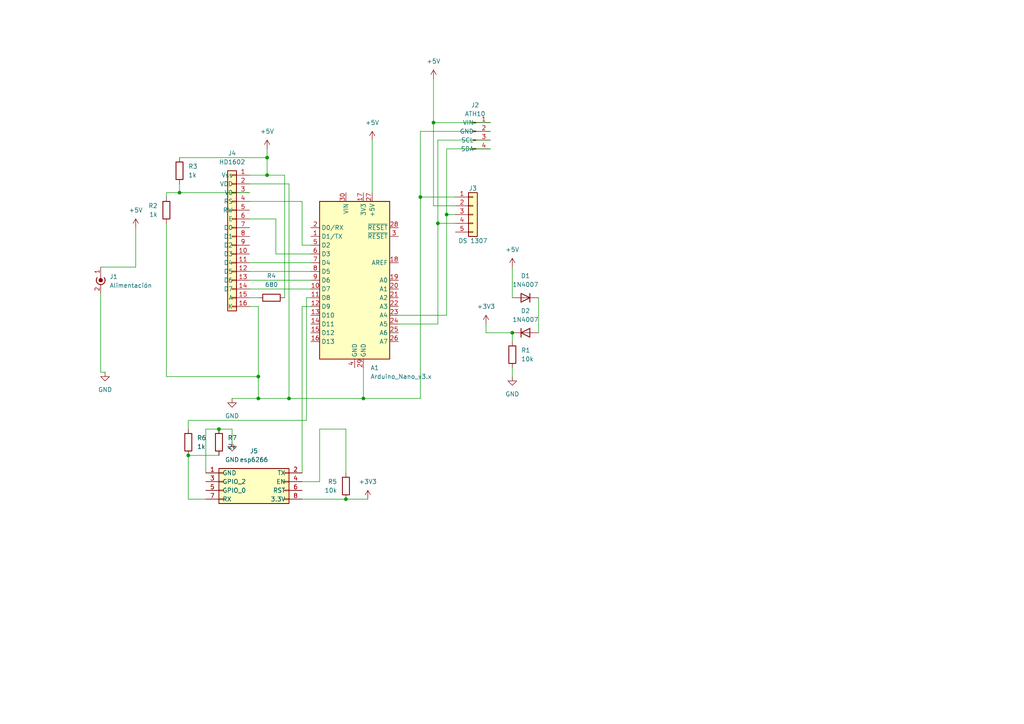
<source format=kicad_sch>
(kicad_sch (version 20211123) (generator eeschema)
  (paper "A4")
  (lib_symbols
    (symbol "Connector:Conn_01x04_Male" (pin_names (offset 1.016))
      (property "Reference" "J2" (at 0.635 7.62 0))
      (property "Value" "ATH10" (at 0.635 5.08 0))
      (symbol "Conn_01x04_Male_1_1"
        (polyline (pts (xy 1.27 -5.08) (xy 0.8636 -5.08)) (stroke (width 0.1524)))
        (polyline (pts (xy 1.27 -2.54) (xy 0.8636 -2.54)) (stroke (width 0.1524)))
        (polyline (pts (xy 1.27 0) (xy 0.8636 0)) (stroke (width 0.1524)))
        (polyline (pts (xy 1.27 2.54) (xy 0.8636 2.54)) (stroke (width 0.1524)))
        (rectangle (start 0.8636 -4.953) (end 0 -5.207) (stroke (width 0.1524)) (fill (type outline)))
        (rectangle (start 0.8636 -2.413) (end 0 -2.667) (stroke (width 0.1524)) (fill (type outline)))
        (rectangle (start 0.8636 0.127) (end 0 -0.127) (stroke (width 0.1524)) (fill (type outline)))
        (rectangle (start 0.8636 2.667) (end 0 2.413) (stroke (width 0.1524)) (fill (type outline)))
        (pin passive line (at 5.08 2.54 180) (length 3.81) (name "VIN") (number "1"))
        (pin passive line (at 5.08 0 180) (length 3.81) (name "GND") (number "2"))
        (pin passive line (at 5.08 -2.54 180) (length 3.81) (name "SCL") (number "3"))
        (pin passive line (at 5.08 -5.08 180) (length 3.81) (name "SDA") (number "4"))
      )
    )
    (symbol "Connector:Conn_Coaxial_Power" (pin_names (offset 1.016) hide)
      (property "Reference" "J" (at -5.08 -1.27 90))
      (property "Value" "Conn_Coaxial_Power" (at -3.175 -1.27 90))
      (symbol "Conn_Coaxial_Power_0_1"
        (arc (start -1.27 -1.27) (mid 0 -2.54) (end 1.27 -1.27) (stroke (width 0.254)))
        (arc (start -1.016 -0.508) (mid -1.2048 -0.8684) (end -1.27 -1.27) (stroke (width 0.254)))
        (circle (center 0 -1.27) (radius 0.508) (stroke (width 0.2032)) (fill (type outline)))
        (polyline (pts (xy 0 -2.54) (xy 0 -3.048)))
        (polyline (pts (xy 0 0) (xy 0 -1.27)))
        (arc (start 1.27 -1.27) (mid 1.2048 -0.8684) (end 1.016 -0.508) (stroke (width 0.254)))
      )
      (symbol "Conn_Coaxial_Power_1_1"
        (pin passive line (at 0 2.54 270) (length 2.54) (name "In") (number "1"))
        (pin passive line (at 0 -5.08 90) (length 2.54) (name "Ext") (number "2"))
      )
    )
    (symbol "Connector_Generic:Conn_01x05" (pin_names (offset 1.016) hide)
      (property "Reference" "J" (at 0 7.62 0))
      (property "Value" "Conn_01x05" (at 0 -7.62 0))
      (symbol "Conn_01x05_1_1"
        (rectangle (start -1.27 -4.953) (end 0 -5.207) (stroke (width 0.1524)))
        (rectangle (start -1.27 -2.413) (end 0 -2.667) (stroke (width 0.1524)))
        (rectangle (start -1.27 0.127) (end 0 -0.127) (stroke (width 0.1524)))
        (rectangle (start -1.27 2.667) (end 0 2.413) (stroke (width 0.1524)))
        (rectangle (start -1.27 5.207) (end 0 4.953) (stroke (width 0.1524)))
        (rectangle (start -1.27 6.35) (end 1.27 -6.35) (stroke (width 0.254)) (fill (type background)))
        (pin passive line (at -5.08 5.08 0) (length 3.81) (name "Pin_1") (number "1"))
        (pin passive line (at -5.08 2.54 0) (length 3.81) (name "Pin_2") (number "2"))
        (pin passive line (at -5.08 0 0) (length 3.81) (name "Pin_3") (number "3"))
        (pin passive line (at -5.08 -2.54 0) (length 3.81) (name "Pin_4") (number "4"))
        (pin passive line (at -5.08 -5.08 0) (length 3.81) (name "Pin_5") (number "5"))
      )
    )
    (symbol "Connector_Generic:Conn_01x16" (pin_names (offset 1.016))
      (property "Reference" "J4" (at 2.54 0.0001 0))
      (property "Value" "HD1602" (at 2.54 -2.5399 0))
      (symbol "Conn_01x16_1_1"
        (rectangle (start -1.27 -20.193) (end 0 -20.447) (stroke (width 0.1524)))
        (rectangle (start -1.27 -17.653) (end 0 -17.907) (stroke (width 0.1524)))
        (rectangle (start -1.27 -15.113) (end 0 -15.367) (stroke (width 0.1524)))
        (rectangle (start -1.27 -12.573) (end 0 -12.827) (stroke (width 0.1524)))
        (rectangle (start -1.27 -10.033) (end 0 -10.287) (stroke (width 0.1524)))
        (rectangle (start -1.27 -7.493) (end 0 -7.747) (stroke (width 0.1524)))
        (rectangle (start -1.27 -4.953) (end 0 -5.207) (stroke (width 0.1524)))
        (rectangle (start -1.27 -2.413) (end 0 -2.667) (stroke (width 0.1524)))
        (rectangle (start -1.27 0.127) (end 0 -0.127) (stroke (width 0.1524)))
        (rectangle (start -1.27 2.667) (end 0 2.413) (stroke (width 0.1524)))
        (rectangle (start -1.27 5.207) (end 0 4.953) (stroke (width 0.1524)))
        (rectangle (start -1.27 7.747) (end 0 7.493) (stroke (width 0.1524)))
        (rectangle (start -1.27 10.287) (end 0 10.033) (stroke (width 0.1524)))
        (rectangle (start -1.27 12.827) (end 0 12.573) (stroke (width 0.1524)))
        (rectangle (start -1.27 15.367) (end 0 15.113) (stroke (width 0.1524)))
        (rectangle (start -1.27 17.907) (end 0 17.653) (stroke (width 0.1524)))
        (rectangle (start -1.27 19.05) (end 1.27 -21.59) (stroke (width 0.254)) (fill (type background)))
        (pin passive line (at -5.08 17.78 0) (length 3.81) (name "Vss") (number "1"))
        (pin passive line (at -5.08 -5.08 0) (length 3.81) (name "D3") (number "10"))
        (pin passive line (at -5.08 -7.62 0) (length 3.81) (name "D4") (number "11"))
        (pin passive line (at -5.08 -10.16 0) (length 3.81) (name "D5") (number "12"))
        (pin passive line (at -5.08 -12.7 0) (length 3.81) (name "D6") (number "13"))
        (pin passive line (at -5.08 -15.24 0) (length 3.81) (name "D7") (number "14"))
        (pin passive line (at -5.08 -17.78 0) (length 3.81) (name "A") (number "15"))
        (pin passive line (at -5.08 -20.32 0) (length 3.81) (name "K") (number "16"))
        (pin passive line (at -5.08 15.24 0) (length 3.81) (name "VDD") (number "2"))
        (pin passive line (at -5.08 12.7 0) (length 3.81) (name "V0") (number "3"))
        (pin passive line (at -5.08 10.16 0) (length 3.81) (name "RS") (number "4"))
        (pin passive line (at -5.08 7.62 0) (length 3.81) (name "RW") (number "5"))
        (pin passive line (at -5.08 5.08 0) (length 3.81) (name "E") (number "6"))
        (pin passive line (at -5.08 2.54 0) (length 3.81) (name "D0") (number "7"))
        (pin passive line (at -5.08 0 0) (length 3.81) (name "D1") (number "8"))
        (pin passive line (at -5.08 -2.54 0) (length 3.81) (name "D2") (number "9"))
      )
    )
    (symbol "Connector_Generic:Conn_02x04_Odd_Even" (pin_names (offset 1.016))
      (property "Reference" "J5" (at -6.35 8.89 0))
      (property "Value" "esp6266" (at -6.35 6.35 0))
      (symbol "Conn_02x04_Odd_Even_1_1"
        (rectangle (start -16.51 -4.953) (end -15.24 -5.207) (stroke (width 0.1524)))
        (rectangle (start -16.51 -2.413) (end -15.24 -2.667) (stroke (width 0.1524)))
        (rectangle (start -16.51 0.127) (end -15.24 -0.127) (stroke (width 0.1524)))
        (rectangle (start -16.51 2.667) (end -15.24 2.413) (stroke (width 0.1524)))
        (rectangle (start -16.51 3.81) (end 3.81 -6.35) (stroke (width 0.254)) (fill (type background)))
        (rectangle (start 3.81 -4.953) (end 2.54 -5.207) (stroke (width 0.1524)))
        (rectangle (start 3.81 -2.413) (end 2.54 -2.667) (stroke (width 0.1524)))
        (rectangle (start 3.81 0.127) (end 2.54 -0.127) (stroke (width 0.1524)))
        (rectangle (start 3.81 2.667) (end 2.54 2.413) (stroke (width 0.1524)))
        (pin passive line (at -20.32 2.54 0) (length 3.81) (name "GND") (number "1"))
        (pin passive line (at 7.62 2.54 180) (length 3.81) (name "TX") (number "2"))
        (pin passive line (at -20.32 0 0) (length 3.81) (name "GPIO_2") (number "3"))
        (pin passive line (at 7.62 0 180) (length 3.81) (name "EN") (number "4"))
        (pin passive line (at -20.32 -2.54 0) (length 3.81) (name "GPIO_0") (number "5"))
        (pin passive line (at 7.62 -2.54 180) (length 3.81) (name "RST") (number "6"))
        (pin passive line (at -20.32 -5.08 0) (length 3.81) (name "RX") (number "7"))
        (pin passive line (at 7.62 -5.08 180) (length 3.81) (name "3.3V") (number "8"))
      )
    )
    (symbol "Device:R" (pin_numbers hide) (pin_names (offset 0))
      (property "Reference" "R" (at 2.032 0 90))
      (property "Value" "R" (at 0 0 90))
      (symbol "R_0_1"
        (rectangle (start -1.016 -2.54) (end 1.016 2.54) (stroke (width 0.254)))
      )
      (symbol "R_1_1"
        (pin passive line (at 0 3.81 270) (length 1.27) (name "~") (number "1"))
        (pin passive line (at 0 -3.81 90) (length 1.27) (name "~") (number "2"))
      )
    )
    (symbol "Diode:1N4007" (pin_numbers hide) (pin_names (offset 1.016) hide)
      (property "Reference" "D" (at 0 2.54 0))
      (property "Value" "1N4007" (at 0 -2.54 0))
      (symbol "1N4007_0_1"
        (polyline (pts (xy -1.27 1.27) (xy -1.27 -1.27)) (stroke (width 0.254)))
        (polyline (pts (xy 1.27 0) (xy -1.27 0)))
        (polyline (pts (xy 1.27 1.27) (xy 1.27 -1.27) (xy -1.27 0) (xy 1.27 1.27)) (stroke (width 0.254)))
      )
      (symbol "1N4007_1_1"
        (pin passive line (at -3.81 0 0) (length 2.54) (name "K") (number "1"))
        (pin passive line (at 3.81 0 180) (length 2.54) (name "A") (number "2"))
      )
    )
    (symbol "MCU_Module:Arduino_Nano_v3.x"
      (property "Reference" "A" (at -10.16 23.495 0))
      (property "Value" "Arduino_Nano_v3.x" (at 5.08 -24.13 0))
      (symbol "Arduino_Nano_v3.x_0_1"
        (rectangle (start -10.16 22.86) (end 10.16 -22.86) (stroke (width 0.254)) (fill (type background)))
      )
      (symbol "Arduino_Nano_v3.x_1_1"
        (pin bidirectional line (at -12.7 12.7 0) (length 2.54) (name "D1/TX") (number "1"))
        (pin bidirectional line (at -12.7 -2.54 0) (length 2.54) (name "D7") (number "10"))
        (pin bidirectional line (at -12.7 -5.08 0) (length 2.54) (name "D8") (number "11"))
        (pin bidirectional line (at -12.7 -7.62 0) (length 2.54) (name "D9") (number "12"))
        (pin bidirectional line (at -12.7 -10.16 0) (length 2.54) (name "D10") (number "13"))
        (pin bidirectional line (at -12.7 -12.7 0) (length 2.54) (name "D11") (number "14"))
        (pin bidirectional line (at -12.7 -15.24 0) (length 2.54) (name "D12") (number "15"))
        (pin bidirectional line (at -12.7 -17.78 0) (length 2.54) (name "D13") (number "16"))
        (pin power_out line (at 2.54 25.4 270) (length 2.54) (name "3V3") (number "17"))
        (pin input line (at 12.7 5.08 180) (length 2.54) (name "AREF") (number "18"))
        (pin bidirectional line (at 12.7 0 180) (length 2.54) (name "A0") (number "19"))
        (pin bidirectional line (at -12.7 15.24 0) (length 2.54) (name "D0/RX") (number "2"))
        (pin bidirectional line (at 12.7 -2.54 180) (length 2.54) (name "A1") (number "20"))
        (pin bidirectional line (at 12.7 -5.08 180) (length 2.54) (name "A2") (number "21"))
        (pin bidirectional line (at 12.7 -7.62 180) (length 2.54) (name "A3") (number "22"))
        (pin bidirectional line (at 12.7 -10.16 180) (length 2.54) (name "A4") (number "23"))
        (pin bidirectional line (at 12.7 -12.7 180) (length 2.54) (name "A5") (number "24"))
        (pin bidirectional line (at 12.7 -15.24 180) (length 2.54) (name "A6") (number "25"))
        (pin bidirectional line (at 12.7 -17.78 180) (length 2.54) (name "A7") (number "26"))
        (pin power_out line (at 5.08 25.4 270) (length 2.54) (name "+5V") (number "27"))
        (pin input line (at 12.7 15.24 180) (length 2.54) (name "~{RESET}") (number "28"))
        (pin power_in line (at 2.54 -25.4 90) (length 2.54) (name "GND") (number "29"))
        (pin input line (at 12.7 12.7 180) (length 2.54) (name "~{RESET}") (number "3"))
        (pin power_in line (at -2.54 25.4 270) (length 2.54) (name "VIN") (number "30"))
        (pin power_in line (at 0 -25.4 90) (length 2.54) (name "GND") (number "4"))
        (pin bidirectional line (at -12.7 10.16 0) (length 2.54) (name "D2") (number "5"))
        (pin bidirectional line (at -12.7 7.62 0) (length 2.54) (name "D3") (number "6"))
        (pin bidirectional line (at -12.7 5.08 0) (length 2.54) (name "D4") (number "7"))
        (pin bidirectional line (at -12.7 2.54 0) (length 2.54) (name "D5") (number "8"))
        (pin bidirectional line (at -12.7 0 0) (length 2.54) (name "D6") (number "9"))
      )
    )
    (symbol "power:+3.3V" (power) (pin_names (offset 0))
      (property "Value" "+3.3V" (at 0 3.556 0))
      (symbol "+3.3V_0_1"
        (polyline (pts (xy -0.762 1.27) (xy 0 2.54)))
        (polyline (pts (xy 0 0) (xy 0 2.54)))
        (polyline (pts (xy 0 2.54) (xy 0.762 1.27)))
      )
      (symbol "+3.3V_1_1"
        (pin power_in line (at 0 0 90) (length 0) hide (name "+3V3") (number "1"))
      )
    )
    (symbol "power:+5V" (power) (pin_names (offset 0))
      (property "Value" "+5V" (at 0 3.556 0))
      (symbol "+5V_0_1"
        (polyline (pts (xy -0.762 1.27) (xy 0 2.54)))
        (polyline (pts (xy 0 0) (xy 0 2.54)))
        (polyline (pts (xy 0 2.54) (xy 0.762 1.27)))
      )
      (symbol "+5V_1_1"
        (pin power_in line (at 0 0 90) (length 0) hide (name "+5V") (number "1"))
      )
    )
    (symbol "power:GND" (power) (pin_names (offset 0))
      (property "Value" "GND" (at 0 -3.81 0))
      (symbol "GND_0_1"
        (polyline (pts (xy 0 0) (xy 0 -1.27) (xy 1.27 -1.27) (xy 0 -2.54) (xy -1.27 -1.27) (xy 0 -1.27)))
      )
      (symbol "GND_1_1"
        (pin power_in line (at 0 0 270) (length 0) hide (name "GND") (number "1"))
      )
    )
  )
  (junction (at 83.82 115.57))
  (junction (at 77.47 45.72))
  (junction (at 125.73 35.56))
  (junction (at 74.93 115.57))
  (junction (at 148.59 96.52))
  (junction (at 100.33 144.78))
  (junction (at 129.54 62.23))
  (junction (at 63.5 124.46))
  (junction (at 77.47 50.8))
  (junction (at 54.61 132.08))
  (junction (at 121.92 57.15))
  (junction (at 127 64.77))
  (junction (at 74.93 109.22))
  (junction (at 105.41 115.57))
  (junction (at 52.07 55.88))
  (wire (pts (xy 74.93 109.22) (xy 74.93 115.57)))
  (wire (pts (xy 39.37 77.47) (xy 29.21 77.47)))
  (wire (pts (xy 88.9 121.92) (xy 54.61 121.92)))
  (wire (pts (xy 121.92 57.15) (xy 121.92 115.57)))
  (wire (pts (xy 77.47 50.8) (xy 82.55 50.8)))
  (wire (pts (xy 129.54 43.18) (xy 142.24 43.18)))
  (wire (pts (xy 87.63 58.42) (xy 87.63 71.12)))
  (wire (pts (xy 87.63 88.9) (xy 90.17 88.9)))
  (wire (pts (xy 74.93 88.9) (xy 74.93 109.22)))
  (wire (pts (xy 80.01 73.66) (xy 80.01 63.5)))
  (wire (pts (xy 115.57 91.44) (xy 129.54 91.44)))
  (wire (pts (xy 80.01 63.5) (xy 72.39 63.5)))
  (wire (pts (xy 72.39 76.2) (xy 90.17 76.2)))
  (wire (pts (xy 115.57 93.98) (xy 127 93.98)))
  (wire (pts (xy 80.01 73.66) (xy 90.17 73.66)))
  (wire (pts (xy 121.92 38.1) (xy 142.24 38.1)))
  (wire (pts (xy 127 40.64) (xy 142.24 40.64)))
  (wire (pts (xy 48.26 109.22) (xy 74.93 109.22)))
  (wire (pts (xy 127 64.77) (xy 132.08 64.77)))
  (wire (pts (xy 100.33 124.46) (xy 92.71 124.46)))
  (wire (pts (xy 100.33 137.16) (xy 100.33 124.46)))
  (wire (pts (xy 59.69 144.78) (xy 54.61 144.78)))
  (wire (pts (xy 125.73 22.86) (xy 125.73 35.56)))
  (wire (pts (xy 72.39 83.82) (xy 90.17 83.82)))
  (wire (pts (xy 72.39 81.28) (xy 90.17 81.28)))
  (wire (pts (xy 72.39 53.34) (xy 83.82 53.34)))
  (wire (pts (xy 129.54 62.23) (xy 129.54 91.44)))
  (wire (pts (xy 125.73 35.56) (xy 142.24 35.56)))
  (wire (pts (xy 48.26 57.15) (xy 48.26 55.88)))
  (wire (pts (xy 148.59 96.52) (xy 148.59 99.06)))
  (wire (pts (xy 87.63 71.12) (xy 90.17 71.12)))
  (wire (pts (xy 148.59 106.68) (xy 148.59 109.22)))
  (wire (pts (xy 83.82 115.57) (xy 105.41 115.57)))
  (wire (pts (xy 72.39 88.9) (xy 74.93 88.9)))
  (wire (pts (xy 48.26 64.77) (xy 48.26 109.22)))
  (wire (pts (xy 92.71 124.46) (xy 92.71 139.7)))
  (wire (pts (xy 67.31 115.57) (xy 74.93 115.57)))
  (wire (pts (xy 105.41 106.68) (xy 105.41 115.57)))
  (wire (pts (xy 106.68 144.78) (xy 100.33 144.78)))
  (wire (pts (xy 125.73 35.56) (xy 125.73 59.69)))
  (wire (pts (xy 77.47 50.8) (xy 72.39 50.8)))
  (wire (pts (xy 90.17 86.36) (xy 88.9 86.36)))
  (wire (pts (xy 156.21 86.36) (xy 156.21 96.52)))
  (wire (pts (xy 129.54 62.23) (xy 129.54 43.18)))
  (wire (pts (xy 129.54 62.23) (xy 132.08 62.23)))
  (wire (pts (xy 29.21 107.95) (xy 30.48 107.95)))
  (wire (pts (xy 148.59 77.47) (xy 148.59 86.36)))
  (wire (pts (xy 54.61 132.08) (xy 63.5 132.08)))
  (wire (pts (xy 48.26 55.88) (xy 52.07 55.88)))
  (wire (pts (xy 67.31 124.46) (xy 67.31 128.27)))
  (wire (pts (xy 127 40.64) (xy 127 64.77)))
  (wire (pts (xy 77.47 45.72) (xy 77.47 50.8)))
  (wire (pts (xy 87.63 144.78) (xy 100.33 144.78)))
  (wire (pts (xy 87.63 58.42) (xy 72.39 58.42)))
  (wire (pts (xy 105.41 115.57) (xy 121.92 115.57)))
  (wire (pts (xy 87.63 88.9) (xy 87.63 137.16)))
  (wire (pts (xy 132.08 59.69) (xy 125.73 59.69)))
  (wire (pts (xy 29.21 85.09) (xy 29.21 107.95)))
  (wire (pts (xy 54.61 121.92) (xy 54.61 124.46)))
  (wire (pts (xy 54.61 144.78) (xy 54.61 132.08)))
  (wire (pts (xy 107.95 40.64) (xy 107.95 55.88)))
  (wire (pts (xy 72.39 78.74) (xy 90.17 78.74)))
  (wire (pts (xy 52.07 45.72) (xy 77.47 45.72)))
  (wire (pts (xy 39.37 66.04) (xy 39.37 77.47)))
  (wire (pts (xy 82.55 86.36) (xy 82.55 50.8)))
  (wire (pts (xy 132.08 57.15) (xy 121.92 57.15)))
  (wire (pts (xy 121.92 38.1) (xy 121.92 57.15)))
  (wire (pts (xy 140.97 96.52) (xy 148.59 96.52)))
  (wire (pts (xy 72.39 86.36) (xy 74.93 86.36)))
  (wire (pts (xy 63.5 124.46) (xy 67.31 124.46)))
  (wire (pts (xy 88.9 86.36) (xy 88.9 121.92)))
  (wire (pts (xy 77.47 43.18) (xy 77.47 45.72)))
  (wire (pts (xy 52.07 55.88) (xy 72.39 55.88)))
  (wire (pts (xy 52.07 53.34) (xy 52.07 55.88)))
  (wire (pts (xy 140.97 93.98) (xy 140.97 96.52)))
  (wire (pts (xy 59.69 137.16) (xy 59.69 124.46)))
  (wire (pts (xy 92.71 139.7) (xy 87.63 139.7)))
  (wire (pts (xy 74.93 115.57) (xy 83.82 115.57)))
  (wire (pts (xy 127 64.77) (xy 127 93.98)))
  (wire (pts (xy 59.69 124.46) (xy 63.5 124.46)))
  (wire (pts (xy 83.82 53.34) (xy 83.82 115.57)))
  (symbol (lib_id "power:+3.3V") (at 106.68 144.78 0) (mirror y) (unit 1)
    (property "Reference" "#PWR01" (effects hide))
    (property "Value" "+3.3V" (at 106.68 139.7 0))
  )
  (symbol (lib_id "power:GND") (at 67.31 128.27 0) (unit 1)
    (property "Reference" "#PWR02" (effects hide))
    (property "Value" "GND" (at 67.31 133.35 0))
  )
  (symbol (lib_id "MCU_Module:Arduino_Nano_v3.x") (at 102.87 81.28 0) (unit 1)
    (property "Reference" "A1" (at 107.4294 106.68 0) (effects (justify left)))
    (property "Value" "Arduino_Nano_v3.x" (at 107.4294 109.22 0) (effects (justify left)))
    (property "Footprint" "Module:Arduino_Nano" (effects hide))
    (property "Datasheet" "http://www.mouser.com/pdfdocs/Gravitech_Arduino_Nano3_0.pdf" (effects hide))
  )
  (symbol (lib_id "power:+5V") (at 125.73 22.86 0) (unit 1)
    (property "Reference" "#PWR0103" (effects hide))
    (property "Value" "+5V" (at 125.73 17.78 0))
  )
  (symbol (lib_id "Connector_Generic:Conn_01x16") (at 67.31 68.58 0) (mirror y) (unit 1)
    (property "Reference" "J4" (at 67.31 44.45 0))
    (property "Value" "HD1602" (at 67.31 46.99 0))
    (property "Footprint" "Connector_PinSocket_2.54mm:PinSocket_1x16_P2.54mm_Vertical" (effects hide))
  )
  (symbol (lib_id "power:+5V") (at 39.37 66.04 0) (unit 1)
    (property "Reference" "#PWR0107" (effects hide))
    (property "Value" "+5V" (at 39.37 60.96 0))
  )
  (symbol (lib_id "power:GND") (at 67.31 115.57 0) (unit 1)
    (property "Reference" "#PWR0109" (effects hide))
    (property "Value" "GND" (at 67.31 120.65 0))
  )
  (symbol (lib_id "power:GND") (at 148.59 109.22 0) (unit 1)
    (property "Reference" "#PWR0105" (effects hide))
    (property "Value" "GND" (at 148.59 114.3 0))
  )
  (symbol (lib_id "power:+3.3V") (at 140.97 93.98 0) (unit 1)
    (property "Reference" "#PWR0106" (effects hide))
    (property "Value" "+3.3V" (at 140.97 88.9 0))
  )
  (symbol (lib_id "power:GND") (at 30.48 107.95 0) (unit 1)
    (property "Reference" "#PWR0108" (effects hide))
    (property "Value" "GND" (at 30.48 113.03 0))
  )
  (symbol (lib_id "Connector_Generic:Conn_01x05") (at 137.16 62.23 0) (unit 1)
    (property "Reference" "J3" (at 137.16 54.61 0))
    (property "Value" "DS 1307" (at 137.16 69.85 0))
    (property "Footprint" "Connector_PinSocket_2.54mm:PinSocket_1x05_P2.54mm_Vertical" (effects hide))
  )
  (symbol (lib_id "Device:R") (at 100.33 140.97 0) (mirror y) (unit 1)
    (property "Reference" "R5" (at 97.79 139.6999 0) (effects (justify left)))
    (property "Value" "10k" (at 97.79 142.2399 0) (effects (justify left)))
    (property "Footprint" "Resistor_THT:R_Axial_DIN0204_L3.6mm_D1.6mm_P7.62mm_Horizontal" (effects hide))
  )
  (symbol (lib_id "Device:R") (at 63.5 128.27 0) (unit 1)
    (property "Reference" "R7" (at 66.04 126.9999 0) (effects (justify left)))
    (property "Value" "2k" (at 66.04 129.5399 0) (effects (justify left)))
    (property "Footprint" "Resistor_THT:R_Axial_DIN0204_L3.6mm_D1.6mm_P7.62mm_Horizontal" (effects hide))
  )
  (symbol (lib_id "Device:R") (at 54.61 128.27 0) (mirror y) (unit 1)
    (property "Reference" "R6" (at 57.15 126.9999 0) (effects (justify right)))
    (property "Value" "1k" (at 57.15 129.5399 0) (effects (justify right)))
    (property "Footprint" "Resistor_THT:R_Axial_DIN0204_L3.6mm_D1.6mm_P7.62mm_Horizontal" (effects hide))
  )
  (symbol (lib_id "power:+5V") (at 77.47 43.18 0) (unit 1)
    (property "Reference" "#PWR0102" (effects hide))
    (property "Value" "+5V" (at 77.47 38.1 0))
  )
  (symbol (lib_id "Device:R") (at 48.26 60.96 0) (mirror x) (unit 1)
    (property "Reference" "R2" (at 45.72 59.6899 0) (effects (justify right)))
    (property "Value" "1k" (at 45.72 62.2299 0) (effects (justify right)))
    (property "Footprint" "Resistor_THT:R_Axial_DIN0204_L3.6mm_D1.6mm_P7.62mm_Horizontal" (effects hide))
  )
  (symbol (lib_id "power:+5V") (at 148.59 77.47 0) (unit 1)
    (property "Reference" "#PWR0104" (effects hide))
    (property "Value" "+5V" (at 148.59 72.39 0))
  )
  (symbol (lib_id "Diode:1N4007") (at 152.4 86.36 180) (unit 1)
    (property "Reference" "D1" (at 152.4 80.01 0))
    (property "Value" "1N4007" (at 152.4 82.55 0))
    (property "Footprint" "Diode_THT:D_DO-41_SOD81_P10.16mm_Horizontal" (effects hide))
    (property "Datasheet" "http://www.vishay.com/docs/88503/1n4001.pdf" (effects hide))
  )
  (symbol (lib_id "Device:R") (at 148.59 102.87 0) (unit 1)
    (property "Reference" "R1" (at 151.13 101.5999 0) (effects (justify left)))
    (property "Value" "10k" (at 151.13 104.1399 0) (effects (justify left)))
    (property "Footprint" "Resistor_THT:R_Axial_DIN0204_L3.6mm_D1.6mm_P7.62mm_Horizontal" (effects hide))
  )
  (symbol (lib_id "Connector_Generic:Conn_02x04_Odd_Even") (at 80.01 139.7 0) (unit 1)
    (property "Reference" "J5" (at 73.66 130.81 0))
    (property "Value" "esp6266" (at 73.66 133.35 0))
    (property "Footprint" "Connector_PinSocket_2.54mm:PinSocket_2x04_P2.54mm_Vertical" (effects hide))
  )
  (symbol (lib_id "Connector:Conn_01x04_Male") (at 137.16 38.1 0) (unit 1)
    (property "Reference" "J2" (at 137.795 30.48 0))
    (property "Value" "ATH10" (at 137.795 33.02 0))
    (property "Footprint" "Connector_PinSocket_2.54mm:PinSocket_1x04_P2.54mm_Vertical" (effects hide))
  )
  (symbol (lib_id "Device:R") (at 78.74 86.36 90) (unit 1)
    (property "Reference" "R4" (at 78.74 80.01 90))
    (property "Value" "680" (at 78.74 82.55 90))
    (property "Footprint" "Resistor_THT:R_Axial_DIN0204_L3.6mm_D1.6mm_P7.62mm_Horizontal" (effects hide))
  )
  (symbol (lib_id "Connector:Conn_Coaxial_Power") (at 29.21 80.01 0) (unit 1)
    (property "Reference" "J1" (at 31.75 80.2639 0) (effects (justify left)))
    (property "Value" "Alimentación" (at 31.75 82.8039 0) (effects (justify left)))
    (property "Footprint" "Connector_PinHeader_2.54mm:PinHeader_1x02_P2.54mm_Vertical" (effects hide))
  )
  (symbol (lib_id "Device:R") (at 52.07 49.53 0) (mirror y) (unit 1)
    (property "Reference" "R3" (at 54.61 48.2599 0) (effects (justify right)))
    (property "Value" "1k" (at 54.61 50.7999 0) (effects (justify right)))
    (property "Footprint" "Resistor_THT:R_Axial_DIN0204_L3.6mm_D1.6mm_P7.62mm_Horizontal" (effects hide))
  )
  (symbol (lib_id "power:+5V") (at 107.95 40.64 0) (unit 1)
    (property "Reference" "#PWR0101" (effects hide))
    (property "Value" "+5V" (at 107.95 35.56 0))
  )
  (symbol (lib_id "Diode:1N4007") (at 152.4 96.52 0) (unit 1)
    (property "Reference" "D2" (at 152.4 90.17 0))
    (property "Value" "1N4007" (at 152.4 92.71 0))
    (property "Footprint" "Diode_THT:D_DO-41_SOD81_P10.16mm_Horizontal" (effects hide))
    (property "Datasheet" "http://www.vishay.com/docs/88503/1n4001.pdf" (effects hide))
  )
)
</source>
